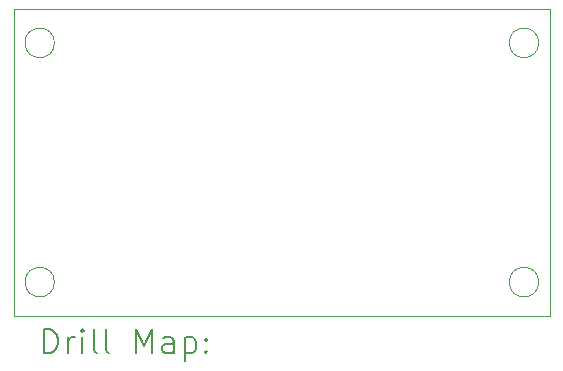
<source format=gbr>
%TF.GenerationSoftware,KiCad,Pcbnew,8.0.9-8.0.9-0~ubuntu20.04.1*%
%TF.CreationDate,2025-08-07T15:34:18-05:00*%
%TF.ProjectId,PLATO_JUNCTION_BOARD,504c4154-4f5f-44a5-954e-4354494f4e5f,rev?*%
%TF.SameCoordinates,Original*%
%TF.FileFunction,Drillmap*%
%TF.FilePolarity,Positive*%
%FSLAX45Y45*%
G04 Gerber Fmt 4.5, Leading zero omitted, Abs format (unit mm)*
G04 Created by KiCad (PCBNEW 8.0.9-8.0.9-0~ubuntu20.04.1) date 2025-08-07 15:34:18*
%MOMM*%
%LPD*%
G01*
G04 APERTURE LIST*
%ADD10C,0.050000*%
%ADD11C,0.200000*%
G04 APERTURE END LIST*
D10*
X10345000Y-10137500D02*
G75*
G02*
X10095000Y-10137500I-125000J0D01*
G01*
X10095000Y-10137500D02*
G75*
G02*
X10345000Y-10137500I125000J0D01*
G01*
X14540000Y-12450000D02*
X10000000Y-12450000D01*
X14540000Y-9850000D02*
X14540000Y-12450000D01*
X10000000Y-12450000D02*
X10000000Y-9850000D01*
X10345000Y-12162500D02*
G75*
G02*
X10095000Y-12162500I-125000J0D01*
G01*
X10095000Y-12162500D02*
G75*
G02*
X10345000Y-12162500I125000J0D01*
G01*
X14445000Y-10137500D02*
G75*
G02*
X14195000Y-10137500I-125000J0D01*
G01*
X14195000Y-10137500D02*
G75*
G02*
X14445000Y-10137500I125000J0D01*
G01*
X10000000Y-9850000D02*
X14540000Y-9850000D01*
X14445000Y-12162500D02*
G75*
G02*
X14195000Y-12162500I-125000J0D01*
G01*
X14195000Y-12162500D02*
G75*
G02*
X14445000Y-12162500I125000J0D01*
G01*
D11*
X10258277Y-12763984D02*
X10258277Y-12563984D01*
X10258277Y-12563984D02*
X10305896Y-12563984D01*
X10305896Y-12563984D02*
X10334467Y-12573508D01*
X10334467Y-12573508D02*
X10353515Y-12592555D01*
X10353515Y-12592555D02*
X10363039Y-12611603D01*
X10363039Y-12611603D02*
X10372563Y-12649698D01*
X10372563Y-12649698D02*
X10372563Y-12678269D01*
X10372563Y-12678269D02*
X10363039Y-12716365D01*
X10363039Y-12716365D02*
X10353515Y-12735412D01*
X10353515Y-12735412D02*
X10334467Y-12754460D01*
X10334467Y-12754460D02*
X10305896Y-12763984D01*
X10305896Y-12763984D02*
X10258277Y-12763984D01*
X10458277Y-12763984D02*
X10458277Y-12630650D01*
X10458277Y-12668746D02*
X10467801Y-12649698D01*
X10467801Y-12649698D02*
X10477324Y-12640174D01*
X10477324Y-12640174D02*
X10496372Y-12630650D01*
X10496372Y-12630650D02*
X10515420Y-12630650D01*
X10582086Y-12763984D02*
X10582086Y-12630650D01*
X10582086Y-12563984D02*
X10572563Y-12573508D01*
X10572563Y-12573508D02*
X10582086Y-12583031D01*
X10582086Y-12583031D02*
X10591610Y-12573508D01*
X10591610Y-12573508D02*
X10582086Y-12563984D01*
X10582086Y-12563984D02*
X10582086Y-12583031D01*
X10705896Y-12763984D02*
X10686848Y-12754460D01*
X10686848Y-12754460D02*
X10677324Y-12735412D01*
X10677324Y-12735412D02*
X10677324Y-12563984D01*
X10810658Y-12763984D02*
X10791610Y-12754460D01*
X10791610Y-12754460D02*
X10782086Y-12735412D01*
X10782086Y-12735412D02*
X10782086Y-12563984D01*
X11039229Y-12763984D02*
X11039229Y-12563984D01*
X11039229Y-12563984D02*
X11105896Y-12706841D01*
X11105896Y-12706841D02*
X11172563Y-12563984D01*
X11172563Y-12563984D02*
X11172563Y-12763984D01*
X11353515Y-12763984D02*
X11353515Y-12659222D01*
X11353515Y-12659222D02*
X11343991Y-12640174D01*
X11343991Y-12640174D02*
X11324943Y-12630650D01*
X11324943Y-12630650D02*
X11286848Y-12630650D01*
X11286848Y-12630650D02*
X11267801Y-12640174D01*
X11353515Y-12754460D02*
X11334467Y-12763984D01*
X11334467Y-12763984D02*
X11286848Y-12763984D01*
X11286848Y-12763984D02*
X11267801Y-12754460D01*
X11267801Y-12754460D02*
X11258277Y-12735412D01*
X11258277Y-12735412D02*
X11258277Y-12716365D01*
X11258277Y-12716365D02*
X11267801Y-12697317D01*
X11267801Y-12697317D02*
X11286848Y-12687793D01*
X11286848Y-12687793D02*
X11334467Y-12687793D01*
X11334467Y-12687793D02*
X11353515Y-12678269D01*
X11448753Y-12630650D02*
X11448753Y-12830650D01*
X11448753Y-12640174D02*
X11467801Y-12630650D01*
X11467801Y-12630650D02*
X11505896Y-12630650D01*
X11505896Y-12630650D02*
X11524943Y-12640174D01*
X11524943Y-12640174D02*
X11534467Y-12649698D01*
X11534467Y-12649698D02*
X11543991Y-12668746D01*
X11543991Y-12668746D02*
X11543991Y-12725888D01*
X11543991Y-12725888D02*
X11534467Y-12744936D01*
X11534467Y-12744936D02*
X11524943Y-12754460D01*
X11524943Y-12754460D02*
X11505896Y-12763984D01*
X11505896Y-12763984D02*
X11467801Y-12763984D01*
X11467801Y-12763984D02*
X11448753Y-12754460D01*
X11629705Y-12744936D02*
X11639229Y-12754460D01*
X11639229Y-12754460D02*
X11629705Y-12763984D01*
X11629705Y-12763984D02*
X11620182Y-12754460D01*
X11620182Y-12754460D02*
X11629705Y-12744936D01*
X11629705Y-12744936D02*
X11629705Y-12763984D01*
X11629705Y-12640174D02*
X11639229Y-12649698D01*
X11639229Y-12649698D02*
X11629705Y-12659222D01*
X11629705Y-12659222D02*
X11620182Y-12649698D01*
X11620182Y-12649698D02*
X11629705Y-12640174D01*
X11629705Y-12640174D02*
X11629705Y-12659222D01*
M02*

</source>
